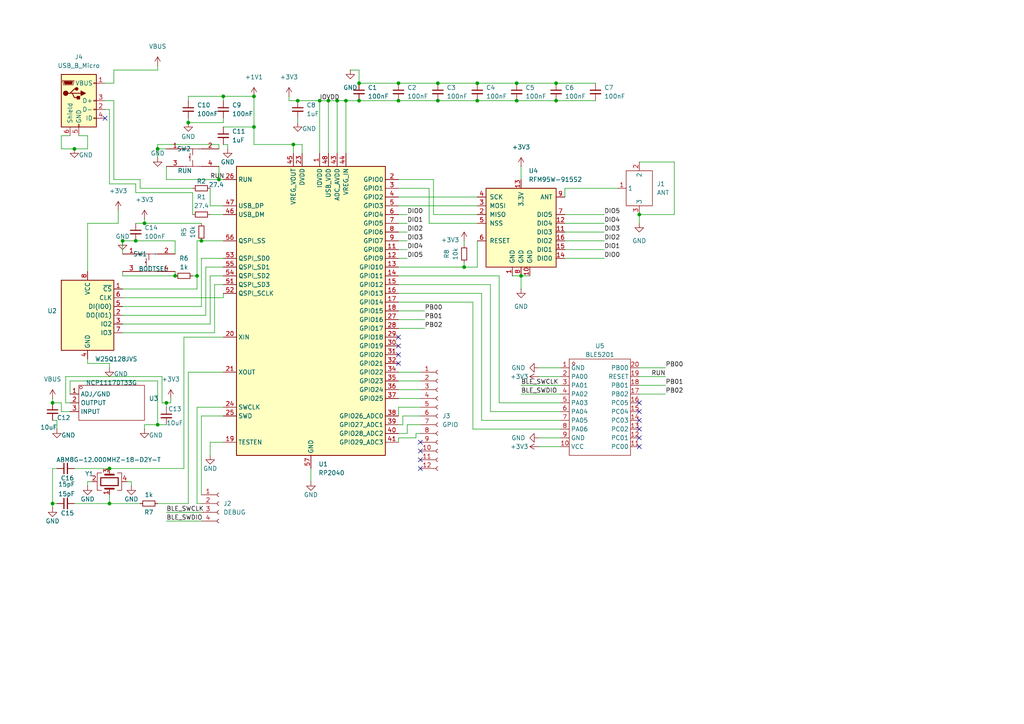
<source format=kicad_sch>
(kicad_sch (version 20231120) (generator "eeschema") (generator_version "8.0")
  (paper "A4")
  (title_block (title "YARLoRa") (rev "v2") (comment 1 "Licensed under CC BY-NC 4.0"))
  (lib_symbols
    (symbol "BLE5201:BLE5201"
      (property "Reference" "U" (at 0 15.24 0))
      (symbol "BLE5201_1_0"
        (pin unspecified line (at -11.43 11.43 0) (length 2.54) (name "GND") (number "1"))
        (pin unspecified line (at -11.43 -11.43 0) (length 2.54) (name "VCC") (number "10"))
        (pin unspecified line (at 11.43 -11.43 180) (length 2.54) (name "PC00") (number "11"))
        (pin unspecified line (at 11.43 -8.89 180) (length 2.54) (name "PC01") (number "12"))
        (pin unspecified line (at 11.43 -6.35 180) (length 2.54) (name "PC02") (number "13"))
        (pin unspecified line (at 11.43 -3.81 180) (length 2.54) (name "PC03") (number "14"))
        (pin unspecified line (at 11.43 -1.27 180) (length 2.54) (name "PC04") (number "15"))
        (pin unspecified line (at 11.43 1.27 180) (length 2.54) (name "PC05") (number "16"))
        (pin unspecified line (at 11.43 3.81 180) (length 2.54) (name "PB02") (number "17"))
        (pin unspecified line (at 11.43 6.35 180) (length 2.54) (name "PB01") (number "18"))
        (pin unspecified line (at 11.43 8.89 180) (length 2.54) (name "RESET") (number "19"))
        (pin unspecified line (at -11.43 8.89 0) (length 2.54) (name "PA00") (number "2"))
        (pin unspecified line (at 11.43 11.43 180) (length 2.54) (name "PB00") (number "20"))
        (pin unspecified line (at -11.43 6.35 0) (length 2.54) (name "PA01") (number "3"))
        (pin unspecified line (at -11.43 3.81 0) (length 2.54) (name "PA02") (number "4"))
        (pin unspecified line (at -11.43 1.27 0) (length 2.54) (name "PA03") (number "5"))
        (pin unspecified line (at -11.43 -1.27 0) (length 2.54) (name "PA04") (number "6"))
        (pin unspecified line (at -11.43 -3.81 0) (length 2.54) (name "PA05") (number "7"))
        (pin unspecified line (at -11.43 -6.35 0) (length 2.54) (name "PA06") (number "8"))
        (pin unspecified line (at -11.43 -8.89 0) (length 2.54) (name "GND") (number "9"))
      )
    )
    (symbol "BWU.FL-IPEX1:BWU.FL-IPEX1"
      (property "Reference" "U" (at 0 0 0))
      (symbol "BWU.FL-IPEX1_1_0"
        (pin input line (at 5.08 0 180) (length 2.54) (name "1") (number "1"))
        (pin input line (at -1.27 7.62 270) (length 2.54) (name "2") (number "2"))
        (pin input line (at -1.27 -7.62 90) (length 2.54) (name "3") (number "3"))
      )
    )
    (symbol "Connector:Conn_01x04_Socket" (pin_names (offset 1.016) hide)
      (property "Reference" "J" (at 0 5.08 0))
      (property "Value" "Conn_01x04_Socket" (at 0 -7.62 0))
      (symbol "Conn_01x04_Socket_1_1"
        (pin passive line (at -5.08 2.54 0) (length 3.81) (name "Pin_1") (number "1"))
        (pin passive line (at -5.08 0 0) (length 3.81) (name "Pin_2") (number "2"))
        (pin passive line (at -5.08 -2.54 0) (length 3.81) (name "Pin_3") (number "3"))
        (pin passive line (at -5.08 -5.08 0) (length 3.81) (name "Pin_4") (number "4"))
      )
    )
    (symbol "Connector:Conn_01x12_Socket" (pin_names (offset 1.016) hide)
      (property "Reference" "J" (at 0 15.24 0))
      (property "Value" "Conn_01x12_Socket" (at 0 -17.78 0))
      (symbol "Conn_01x12_Socket_1_1"
        (pin passive line (at -5.08 12.7 0) (length 3.81) (name "Pin_1") (number "1"))
        (pin passive line (at -5.08 -10.16 0) (length 3.81) (name "Pin_10") (number "10"))
        (pin passive line (at -5.08 -12.7 0) (length 3.81) (name "Pin_11") (number "11"))
        (pin passive line (at -5.08 -15.24 0) (length 3.81) (name "Pin_12") (number "12"))
        (pin passive line (at -5.08 10.16 0) (length 3.81) (name "Pin_2") (number "2"))
        (pin passive line (at -5.08 7.62 0) (length 3.81) (name "Pin_3") (number "3"))
        (pin passive line (at -5.08 5.08 0) (length 3.81) (name "Pin_4") (number "4"))
        (pin passive line (at -5.08 2.54 0) (length 3.81) (name "Pin_5") (number "5"))
        (pin passive line (at -5.08 0 0) (length 3.81) (name "Pin_6") (number "6"))
        (pin passive line (at -5.08 -2.54 0) (length 3.81) (name "Pin_7") (number "7"))
        (pin passive line (at -5.08 -5.08 0) (length 3.81) (name "Pin_8") (number "8"))
        (pin passive line (at -5.08 -7.62 0) (length 3.81) (name "Pin_9") (number "9"))
      )
    )
    (symbol "Connector:USB_B_Micro" (pin_names (offset 1.016))
      (property "Reference" "J" (at -5.08 11.43 0))
      (property "Value" "USB_B_Micro" (at -5.08 8.89 0))
      (symbol "USB_B_Micro_1_1"
        (pin power_out line (at 7.62 5.08 180) (length 2.54) (name "VBUS") (number "1"))
        (pin bidirectional line (at 7.62 -2.54 180) (length 2.54) (name "D-") (number "2"))
        (pin bidirectional line (at 7.62 0 180) (length 2.54) (name "D+") (number "3"))
        (pin passive line (at 7.62 -5.08 180) (length 2.54) (name "ID") (number "4"))
        (pin power_out line (at 0 -10.16 90) (length 2.54) (name "GND") (number "5"))
        (pin passive line (at -2.54 -10.16 90) (length 2.54) (name "Shield") (number "6"))
      )
    )
    (symbol "Device:C_Small" (pin_numbers hide) (pin_names (offset 0.254) hide)
      (property "Reference" "C" (at 0.254 1.778 0))
      (property "Value" "C_Small" (at 0.254 -2.032 0))
      (symbol "C_Small_1_1"
        (pin passive line (at 0 2.54 270) (length 2.032) (name "~") (number "1"))
        (pin passive line (at 0 -2.54 90) (length 2.032) (name "~") (number "2"))
      )
    )
    (symbol "Device:Crystal_GND24" (pin_names (offset 1.016) hide)
      (property "Reference" "Y" (at 3.175 5.08 0))
      (property "Value" "Crystal_GND24" (at 3.175 3.175 0))
      (symbol "Crystal_GND24_1_1"
        (pin passive line (at -3.81 0 0) (length 1.27) (name "1") (number "1"))
        (pin passive line (at 0 5.08 270) (length 1.27) (name "2") (number "2"))
        (pin passive line (at 3.81 0 180) (length 1.27) (name "3") (number "3"))
        (pin passive line (at 0 -5.08 90) (length 1.27) (name "4") (number "4"))
      )
    )
    (symbol "Device:R_Small" (pin_numbers hide) (pin_names (offset 0.254) hide)
      (property "Reference" "R" (at 0.762 0.508 0))
      (property "Value" "R_Small" (at 0.762 -1.016 0))
      (symbol "R_Small_1_1"
        (pin passive line (at 0 2.54 270) (length 0.762) (name "~") (number "1"))
        (pin passive line (at 0 -2.54 90) (length 0.762) (name "~") (number "2"))
      )
    )
    (symbol "K2-1102DP-L3SW-04:K2-1102DP-L3SW-04"
      (property "Reference" "SW" (at 0 0 0))
      (symbol "K2-1102DP-L3SW-04_1_0"
        (pin unspecified line (at -7.62 2.54 0) (length 5.08) (name "1") (number "1"))
        (pin unspecified line (at 7.62 2.54 180) (length 5.08) (name "2") (number "2"))
        (pin unspecified line (at -7.62 -2.54 0) (length 5.08) (name "3") (number "3"))
        (pin unspecified line (at 7.62 -2.54 180) (length 5.08) (name "4") (number "4"))
      )
    )
    (symbol "MCU_RaspberryPi:RP2040"
      (property "Reference" "U" (at 17.78 45.72 0))
      (property "Value" "RP2040" (at 17.78 43.18 0))
      (symbol "RP2040_1_1"
        (pin power_in line (at 2.54 45.72 270) (length 3.81) (name "IOVDD") (number "1"))
        (pin passive line (at 2.54 45.72 270) (length 3.81) hide (name "IOVDD") (number "10"))
        (pin bidirectional line (at 25.4 17.78 180) (length 3.81) (name "GPIO8") (number "11"))
        (pin bidirectional line (at 25.4 15.24 180) (length 3.81) (name "GPIO9") (number "12"))
        (pin bidirectional line (at 25.4 12.7 180) (length 3.81) (name "GPIO10") (number "13"))
        (pin bidirectional line (at 25.4 10.16 180) (length 3.81) (name "GPIO11") (number "14"))
        (pin bidirectional line (at 25.4 7.62 180) (length 3.81) (name "GPIO12") (number "15"))
        (pin bidirectional line (at 25.4 5.08 180) (length 3.81) (name "GPIO13") (number "16"))
        (pin bidirectional line (at 25.4 2.54 180) (length 3.81) (name "GPIO14") (number "17"))
        (pin bidirectional line (at 25.4 0 180) (length 3.81) (name "GPIO15") (number "18"))
        (pin input line (at -25.4 -38.1 0) (length 3.81) (name "TESTEN") (number "19"))
        (pin bidirectional line (at 25.4 38.1 180) (length 3.81) (name "GPIO0") (number "2"))
        (pin input line (at -25.4 -7.62 0) (length 3.81) (name "XIN") (number "20"))
        (pin passive line (at -25.4 -17.78 0) (length 3.81) (name "XOUT") (number "21"))
        (pin passive line (at 2.54 45.72 270) (length 3.81) hide (name "IOVDD") (number "22"))
        (pin power_in line (at -2.54 45.72 270) (length 3.81) (name "DVDD") (number "23"))
        (pin input line (at -25.4 -27.94 0) (length 3.81) (name "SWCLK") (number "24"))
        (pin bidirectional line (at -25.4 -30.48 0) (length 3.81) (name "SWD") (number "25"))
        (pin input line (at -25.4 38.1 0) (length 3.81) (name "RUN") (number "26"))
        (pin bidirectional line (at 25.4 -2.54 180) (length 3.81) (name "GPIO16") (number "27"))
        (pin bidirectional line (at 25.4 -5.08 180) (length 3.81) (name "GPIO17") (number "28"))
        (pin bidirectional line (at 25.4 -7.62 180) (length 3.81) (name "GPIO18") (number "29"))
        (pin bidirectional line (at 25.4 35.56 180) (length 3.81) (name "GPIO1") (number "3"))
        (pin bidirectional line (at 25.4 -10.16 180) (length 3.81) (name "GPIO19") (number "30"))
        (pin bidirectional line (at 25.4 -12.7 180) (length 3.81) (name "GPIO20") (number "31"))
        (pin bidirectional line (at 25.4 -15.24 180) (length 3.81) (name "GPIO21") (number "32"))
        (pin passive line (at 2.54 45.72 270) (length 3.81) hide (name "IOVDD") (number "33"))
        (pin bidirectional line (at 25.4 -17.78 180) (length 3.81) (name "GPIO22") (number "34"))
        (pin bidirectional line (at 25.4 -20.32 180) (length 3.81) (name "GPIO23") (number "35"))
        (pin bidirectional line (at 25.4 -22.86 180) (length 3.81) (name "GPIO24") (number "36"))
        (pin bidirectional line (at 25.4 -25.4 180) (length 3.81) (name "GPIO25") (number "37"))
        (pin bidirectional line (at 25.4 -30.48 180) (length 3.81) (name "GPIO26_ADC0") (number "38"))
        (pin bidirectional line (at 25.4 -33.02 180) (length 3.81) (name "GPIO27_ADC1") (number "39"))
        (pin bidirectional line (at 25.4 33.02 180) (length 3.81) (name "GPIO2") (number "4"))
        (pin bidirectional line (at 25.4 -35.56 180) (length 3.81) (name "GPIO28_ADC2") (number "40"))
        (pin bidirectional line (at 25.4 -38.1 180) (length 3.81) (name "GPIO29_ADC3") (number "41"))
        (pin passive line (at 2.54 45.72 270) (length 3.81) hide (name "IOVDD") (number "42"))
        (pin power_in line (at 7.62 45.72 270) (length 3.81) (name "ADC_AVDD") (number "43"))
        (pin power_in line (at 10.16 45.72 270) (length 3.81) (name "VREG_IN") (number "44"))
        (pin power_out line (at -5.08 45.72 270) (length 3.81) (name "VREG_VOUT") (number "45"))
        (pin bidirectional line (at -25.4 27.94 0) (length 3.81) (name "USB_DM") (number "46"))
        (pin bidirectional line (at -25.4 30.48 0) (length 3.81) (name "USB_DP") (number "47"))
        (pin power_in line (at 5.08 45.72 270) (length 3.81) (name "USB_VDD") (number "48"))
        (pin passive line (at 2.54 45.72 270) (length 3.81) hide (name "IOVDD") (number "49"))
        (pin bidirectional line (at 25.4 30.48 180) (length 3.81) (name "GPIO3") (number "5"))
        (pin passive line (at -2.54 45.72 270) (length 3.81) hide (name "DVDD") (number "50"))
        (pin bidirectional line (at -25.4 7.62 0) (length 3.81) (name "QSPI_SD3") (number "51"))
        (pin output line (at -25.4 5.08 0) (length 3.81) (name "QSPI_SCLK") (number "52"))
        (pin bidirectional line (at -25.4 15.24 0) (length 3.81) (name "QSPI_SD0") (number "53"))
        (pin bidirectional line (at -25.4 10.16 0) (length 3.81) (name "QSPI_SD2") (number "54"))
        (pin bidirectional line (at -25.4 12.7 0) (length 3.81) (name "QSPI_SD1") (number "55"))
        (pin bidirectional line (at -25.4 20.32 0) (length 3.81) (name "QSPI_SS") (number "56"))
        (pin power_in line (at 0 -45.72 90) (length 3.81) (name "GND") (number "57"))
        (pin bidirectional line (at 25.4 27.94 180) (length 3.81) (name "GPIO4") (number "6"))
        (pin bidirectional line (at 25.4 25.4 180) (length 3.81) (name "GPIO5") (number "7"))
        (pin bidirectional line (at 25.4 22.86 180) (length 3.81) (name "GPIO6") (number "8"))
        (pin bidirectional line (at 25.4 20.32 180) (length 3.81) (name "GPIO7") (number "9"))
      )
    )
    (symbol "Memory_Flash:W25Q128JVS"
      (property "Reference" "U" (at -8.89 8.89 0))
      (property "Value" "W25Q128JVS" (at 7.62 8.89 0))
      (symbol "W25Q128JVS_1_1"
        (pin input line (at -10.16 7.62 0) (length 2.54) (name "~{CS}") (number "1"))
        (pin bidirectional line (at -10.16 0 0) (length 2.54) (name "DO(IO1)") (number "2"))
        (pin bidirectional line (at -10.16 -2.54 0) (length 2.54) (name "IO2") (number "3"))
        (pin power_in line (at 0 -12.7 90) (length 2.54) (name "GND") (number "4"))
        (pin bidirectional line (at -10.16 2.54 0) (length 2.54) (name "DI(IO0)") (number "5"))
        (pin input line (at -10.16 5.08 0) (length 2.54) (name "CLK") (number "6"))
        (pin bidirectional line (at -10.16 -5.08 0) (length 2.54) (name "IO3") (number "7"))
        (pin power_in line (at 0 12.7 270) (length 2.54) (name "VCC") (number "8"))
      )
    )
    (symbol "NCP1117DT50G:NCP1117DT50G"
      (property "Reference" "U" (at 0 0 0))
      (symbol "NCP1117DT50G_1_0"
        (pin input line (at -10.16 2.54 0) (length 2.54) (name "ADJ/GND") (number "1"))
        (pin input line (at -10.16 0 0) (length 2.54) (name "OUTPUT") (number "2"))
        (pin input line (at -10.16 -2.54 0) (length 2.54) (name "INPUT") (number "3"))
      )
    )
    (symbol "RF_Module:RFM95W-915S2" (pin_names (offset 1.016))
      (property "Reference" "U" (at -10.414 11.684 0))
      (property "Value" "RFM95W-915S2" (at 1.524 11.43 0))
      (symbol "RFM95W-915S2_1_1"
        (pin power_in line (at -2.54 -15.24 90) (length 2.54) (name "GND") (number "1"))
        (pin power_in line (at 2.54 -15.24 90) (length 2.54) (name "GND") (number "10"))
        (pin bidirectional line (at 12.7 -2.54 180) (length 2.54) (name "DIO3") (number "11"))
        (pin bidirectional line (at 12.7 0 180) (length 2.54) (name "DIO4") (number "12"))
        (pin power_in line (at 0 12.7 270) (length 2.54) (name "3.3V") (number "13"))
        (pin bidirectional line (at 12.7 -10.16 180) (length 2.54) (name "DIO0") (number "14"))
        (pin bidirectional line (at 12.7 -7.62 180) (length 2.54) (name "DIO1") (number "15"))
        (pin bidirectional line (at 12.7 -5.08 180) (length 2.54) (name "DIO2") (number "16"))
        (pin output line (at -12.7 2.54 0) (length 2.54) (name "MISO") (number "2"))
        (pin input line (at -12.7 5.08 0) (length 2.54) (name "MOSI") (number "3"))
        (pin input line (at -12.7 7.62 0) (length 2.54) (name "SCK") (number "4"))
        (pin input line (at -12.7 0 0) (length 2.54) (name "NSS") (number "5"))
        (pin bidirectional line (at -12.7 -5.08 0) (length 2.54) (name "RESET") (number "6"))
        (pin bidirectional line (at 12.7 2.54 180) (length 2.54) (name "DIO5") (number "7"))
        (pin power_in line (at 0 -15.24 90) (length 2.54) (name "GND") (number "8"))
        (pin bidirectional line (at 12.7 7.62 180) (length 2.54) (name "ANT") (number "9"))
      )
    )
    (symbol "power:GND" (power) (pin_numbers hide) (pin_names (offset 0) hide)
      (property "Value" "GND" (at 0 -3.81 0))
      (symbol "GND_1_1"
        (pin power_in line (at 0 0 270) (length 0) (name "~") (number "1"))
      )
    )
    (symbol "power:VCC" (power) (pin_numbers hide) (pin_names (offset 0) hide)
      (property "Value" "VCC" (at 0 3.556 0))
      (symbol "VCC_1_1"
        (pin power_in line (at 0 0 90) (length 0) (name "~") (number "1"))
      )
    )
  )
  (junction (at 39.37 69.85))
  (junction (at 31.75 146.05))
  (junction (at 127 24.13))
  (junction (at 97.79 29.21))
  (junction (at 149.86 24.13))
  (junction (at 138.43 29.21))
  (junction (at 104.14 24.13))
  (junction (at 73.66 27.94))
  (junction (at 54.61 35.56))
  (junction (at 35.56 69.85))
  (junction (at 45.72 43.18))
  (junction (at 41.91 64.77))
  (junction (at 31.75 135.89))
  (junction (at 73.66 36.83))
  (junction (at 50.8 80.01))
  (junction (at 92.71 29.21))
  (junction (at 149.86 29.21))
  (junction (at 21.59 43.18))
  (junction (at 45.72 123.19))
  (junction (at 63.5 52.07))
  (junction (at 64.77 27.94))
  (junction (at 185.42 62.23))
  (junction (at 86.36 29.21))
  (junction (at 104.14 29.21))
  (junction (at 161.29 24.13))
  (junction (at 138.43 24.13))
  (junction (at 151.13 80.01))
  (junction (at 115.57 29.21))
  (junction (at 134.62 77.47))
  (junction (at 15.24 146.05))
  (junction (at 85.09 41.91))
  (junction (at 48.26 116.84))
  (junction (at 15.24 116.84))
  (junction (at 100.33 29.21))
  (junction (at 58.42 69.85))
  (junction (at 57.15 80.01))
  (junction (at 95.25 29.21))
  (junction (at 127 29.21))
  (junction (at 161.29 29.21))
  (junction (at 115.57 24.13))
  (no_connect (at 185.42 119.38))
  (no_connect (at 121.92 135.89))
  (no_connect (at 185.42 124.46))
  (no_connect (at 115.57 100.33))
  (no_connect (at 185.42 121.92))
  (no_connect (at 115.57 102.87))
  (no_connect (at 121.92 128.27))
  (no_connect (at 30.48 34.29))
  (no_connect (at 185.42 129.54))
  (no_connect (at 121.92 133.35))
  (no_connect (at 115.57 105.41))
  (no_connect (at 115.57 97.79))
  (no_connect (at 185.42 127))
  (no_connect (at 185.42 116.84))
  (no_connect (at 121.92 130.81))
  (wire (pts (xy 15.24 116.84) (xy 15.24 115.57)))
  (wire (pts (xy 151.13 114.3) (xy 162.56 114.3)))
  (wire (pts (xy 162.56 124.46) (xy 137.16 124.46)))
  (wire (pts (xy 62.23 82.55) (xy 64.77 82.55)))
  (wire (pts (xy 87.63 44.45) (xy 87.63 41.91)))
  (wire (pts (xy 87.63 41.91) (xy 85.09 41.91)))
  (wire (pts (xy 49.53 115.57) (xy 49.53 116.84)))
  (wire (pts (xy 25.4 140.97) (xy 25.4 139.7)))
  (wire (pts (xy 64.77 86.36) (xy 64.77 85.09)))
  (wire (pts (xy 15.24 121.92) (xy 16.51 121.92)))
  (wire (pts (xy 64.77 128.27) (xy 60.96 128.27)))
  (wire (pts (xy 125.73 62.23) (xy 138.43 62.23)))
  (wire (pts (xy 115.57 54.61) (xy 124.46 54.61)))
  (wire (pts (xy 64.77 97.79) (xy 53.34 97.79)))
  (wire (pts (xy 33.02 29.21) (xy 33.02 52.07)))
  (wire (pts (xy 115.57 80.01) (xy 144.78 80.01)))
  (wire (pts (xy 39.37 55.88) (xy 55.88 55.88)))
  (wire (pts (xy 115.57 72.39) (xy 118.11 72.39)))
  (wire (pts (xy 115.57 69.85) (xy 118.11 69.85)))
  (wire (pts (xy 59.69 77.47) (xy 64.77 77.47)))
  (wire (pts (xy 156.21 129.54) (xy 162.56 129.54)))
  (wire (pts (xy 48.26 151.13) (xy 58.42 151.13)))
  (wire (pts (xy 57.15 146.05) (xy 58.42 146.05)))
  (wire (pts (xy 139.7 85.09) (xy 115.57 85.09)))
  (wire (pts (xy 118.11 123.19) (xy 121.92 123.19)))
  (wire (pts (xy 138.43 24.13) (xy 149.86 24.13)))
  (wire (pts (xy 120.65 125.73) (xy 121.92 125.73)))
  (wire (pts (xy 138.43 29.21) (xy 149.86 29.21)))
  (wire (pts (xy 83.82 27.94) (xy 83.82 29.21)))
  (wire (pts (xy 25.4 105.41) (xy 31.75 105.41)))
  (wire (pts (xy 60.96 93.98) (xy 60.96 80.01)))
  (wire (pts (xy 50.8 73.66) (xy 50.8 69.85)))
  (wire (pts (xy 41.91 64.77) (xy 41.91 63.5)))
  (wire (pts (xy 45.72 110.49) (xy 45.72 123.19)))
  (wire (pts (xy 19.05 109.22) (xy 46.99 109.22)))
  (wire (pts (xy 48.26 123.19) (xy 45.72 123.19)))
  (wire (pts (xy 40.64 52.07) (xy 33.02 52.07)))
  (wire (pts (xy 64.77 120.65) (xy 58.42 120.65)))
  (wire (pts (xy 115.57 29.21) (xy 127 29.21)))
  (wire (pts (xy 63.5 48.26) (xy 63.5 52.07)))
  (wire (pts (xy 115.57 64.77) (xy 118.11 64.77)))
  (wire (pts (xy 125.73 52.07) (xy 125.73 62.23)))
  (wire (pts (xy 115.57 59.69) (xy 138.43 59.69)))
  (wire (pts (xy 64.77 36.83) (xy 73.66 36.83)))
  (wire (pts (xy 59.69 91.44) (xy 59.69 77.47)))
  (wire (pts (xy 85.09 41.91) (xy 73.66 41.91)))
  (wire (pts (xy 30.48 24.13) (xy 33.02 24.13)))
  (wire (pts (xy 50.8 78.74) (xy 50.8 80.01)))
  (wire (pts (xy 115.57 125.73) (xy 118.11 125.73)))
  (wire (pts (xy 134.62 69.85) (xy 134.62 71.12)))
  (wire (pts (xy 35.56 69.85) (xy 39.37 69.85)))
  (wire (pts (xy 148.59 80.01) (xy 151.13 80.01)))
  (wire (pts (xy 151.13 80.01) (xy 153.67 80.01)))
  (wire (pts (xy 138.43 69.85) (xy 138.43 77.47)))
  (wire (pts (xy 19.05 116.84) (xy 19.05 109.22)))
  (wire (pts (xy 31.75 53.34) (xy 31.75 31.75)))
  (wire (pts (xy 16.51 121.92) (xy 16.51 124.46)))
  (wire (pts (xy 45.72 146.05) (xy 54.61 146.05)))
  (wire (pts (xy 100.33 29.21) (xy 100.33 44.45)))
  (wire (pts (xy 35.56 88.9) (xy 58.42 88.9)))
  (wire (pts (xy 116.84 123.19) (xy 116.84 120.65)))
  (wire (pts (xy 195.58 62.23) (xy 185.42 62.23)))
  (wire (pts (xy 60.96 62.23) (xy 64.77 62.23)))
  (wire (pts (xy 104.14 24.13) (xy 104.14 20.32)))
  (wire (pts (xy 25.4 39.37) (xy 22.86 39.37)))
  (wire (pts (xy 64.77 52.07) (xy 63.5 52.07)))
  (wire (pts (xy 137.16 124.46) (xy 137.16 87.63)))
  (wire (pts (xy 25.4 64.77) (xy 34.29 64.77)))
  (wire (pts (xy 54.61 146.05) (xy 54.61 107.95)))
  (wire (pts (xy 100.33 29.21) (xy 97.79 29.21)))
  (wire (pts (xy 35.56 91.44) (xy 59.69 91.44)))
  (wire (pts (xy 134.62 77.47) (xy 138.43 77.47)))
  (wire (pts (xy 35.56 93.98) (xy 60.96 93.98)))
  (wire (pts (xy 185.42 106.68) (xy 193.04 106.68)))
  (wire (pts (xy 156.21 127) (xy 162.56 127)))
  (wire (pts (xy 185.42 111.76) (xy 193.04 111.76)))
  (wire (pts (xy 151.13 111.76) (xy 162.56 111.76)))
  (wire (pts (xy 64.77 34.29) (xy 64.77 35.56)))
  (wire (pts (xy 139.7 121.92) (xy 139.7 85.09)))
  (wire (pts (xy 151.13 80.01) (xy 151.13 83.82)))
  (wire (pts (xy 64.77 35.56) (xy 54.61 35.56)))
  (wire (pts (xy 115.57 52.07) (xy 125.73 52.07)))
  (wire (pts (xy 33.02 20.32) (xy 45.72 20.32)))
  (wire (pts (xy 115.57 57.15) (xy 138.43 57.15)))
  (wire (pts (xy 66.04 41.91) (xy 66.04 43.18)))
  (wire (pts (xy 142.24 82.55) (xy 142.24 119.38)))
  (wire (pts (xy 115.57 107.95) (xy 121.92 107.95)))
  (wire (pts (xy 115.57 123.19) (xy 116.84 123.19)))
  (wire (pts (xy 66.04 41.91) (xy 64.77 41.91)))
  (wire (pts (xy 92.71 29.21) (xy 95.25 29.21)))
  (wire (pts (xy 58.42 88.9) (xy 58.42 74.93)))
  (wire (pts (xy 151.13 48.26) (xy 151.13 52.07)))
  (wire (pts (xy 104.14 24.13) (xy 115.57 24.13)))
  (wire (pts (xy 40.64 54.61) (xy 55.88 54.61)))
  (wire (pts (xy 31.75 105.41) (xy 31.75 106.68)))
  (wire (pts (xy 25.4 64.77) (xy 25.4 78.74)))
  (wire (pts (xy 20.32 119.38) (xy 17.78 119.38)))
  (wire (pts (xy 54.61 27.94) (xy 54.61 29.21)))
  (wire (pts (xy 73.66 41.91) (xy 73.66 36.83)))
  (wire (pts (xy 48.26 52.07) (xy 63.5 52.07)))
  (wire (pts (xy 163.83 64.77) (xy 175.26 64.77)))
  (wire (pts (xy 144.78 116.84) (xy 162.56 116.84)))
  (wire (pts (xy 17.78 116.84) (xy 15.24 116.84)))
  (wire (pts (xy 185.42 62.23) (xy 185.42 64.77)))
  (wire (pts (xy 63.5 41.91) (xy 45.72 41.91)))
  (wire (pts (xy 20.32 116.84) (xy 19.05 116.84)))
  (wire (pts (xy 64.77 27.94) (xy 54.61 27.94)))
  (wire (pts (xy 97.79 29.21) (xy 95.25 29.21)))
  (wire (pts (xy 64.77 118.11) (xy 57.15 118.11)))
  (wire (pts (xy 17.78 43.18) (xy 17.78 39.37)))
  (wire (pts (xy 58.42 69.85) (xy 64.77 69.85)))
  (wire (pts (xy 38.1 140.97) (xy 38.1 139.7)))
  (wire (pts (xy 48.26 116.84) (xy 48.26 118.11)))
  (wire (pts (xy 54.61 107.95) (xy 64.77 107.95)))
  (wire (pts (xy 35.56 83.82) (xy 57.15 83.82)))
  (wire (pts (xy 35.56 69.85) (xy 35.56 73.66)))
  (wire (pts (xy 73.66 36.83) (xy 73.66 27.94)))
  (wire (pts (xy 55.88 80.01) (xy 57.15 80.01)))
  (wire (pts (xy 144.78 80.01) (xy 144.78 116.84)))
  (wire (pts (xy 115.57 120.65) (xy 115.57 118.11)))
  (wire (pts (xy 16.51 135.89) (xy 15.24 135.89)))
  (wire (pts (xy 124.46 54.61) (xy 124.46 64.77)))
  (wire (pts (xy 163.83 67.31) (xy 175.26 67.31)))
  (wire (pts (xy 83.82 29.21) (xy 86.36 29.21)))
  (wire (pts (xy 58.42 74.93) (xy 64.77 74.93)))
  (wire (pts (xy 163.83 74.93) (xy 175.26 74.93)))
  (wire (pts (xy 185.42 109.22) (xy 193.04 109.22)))
  (wire (pts (xy 41.91 123.19) (xy 45.72 123.19)))
  (wire (pts (xy 60.96 80.01) (xy 64.77 80.01)))
  (wire (pts (xy 63.5 43.18) (xy 63.5 41.91)))
  (wire (pts (xy 46.99 116.84) (xy 48.26 116.84)))
  (wire (pts (xy 45.72 20.32) (xy 45.72 19.05)))
  (wire (pts (xy 134.62 76.2) (xy 134.62 77.47)))
  (wire (pts (xy 25.4 43.18) (xy 25.4 39.37)))
  (wire (pts (xy 163.83 54.61) (xy 163.83 57.15)))
  (wire (pts (xy 142.24 119.38) (xy 162.56 119.38)))
  (wire (pts (xy 163.83 69.85) (xy 175.26 69.85)))
  (wire (pts (xy 115.57 113.03) (xy 121.92 113.03)))
  (wire (pts (xy 100.33 29.21) (xy 104.14 29.21)))
  (wire (pts (xy 31.75 146.05) (xy 31.75 143.51)))
  (wire (pts (xy 64.77 27.94) (xy 64.77 29.21)))
  (wire (pts (xy 17.78 119.38) (xy 17.78 116.84)))
  (wire (pts (xy 45.72 43.18) (xy 48.26 43.18)))
  (wire (pts (xy 35.56 96.52) (xy 62.23 96.52)))
  (wire (pts (xy 116.84 120.65) (xy 121.92 120.65)))
  (wire (pts (xy 115.57 127) (xy 120.65 127)))
  (wire (pts (xy 115.57 110.49) (xy 121.92 110.49)))
  (wire (pts (xy 31.75 146.05) (xy 40.64 146.05)))
  (wire (pts (xy 21.59 146.05) (xy 31.75 146.05)))
  (wire (pts (xy 156.21 109.22) (xy 162.56 109.22)))
  (wire (pts (xy 115.57 118.11) (xy 121.92 118.11)))
  (wire (pts (xy 115.57 77.47) (xy 134.62 77.47)))
  (wire (pts (xy 35.56 80.01) (xy 50.8 80.01)))
  (wire (pts (xy 163.83 62.23) (xy 175.26 62.23)))
  (wire (pts (xy 25.4 139.7) (xy 26.67 139.7)))
  (wire (pts (xy 104.14 29.21) (xy 115.57 29.21)))
  (wire (pts (xy 115.57 62.23) (xy 118.11 62.23)))
  (wire (pts (xy 92.71 29.21) (xy 92.71 44.45)))
  (wire (pts (xy 115.57 92.71) (xy 123.19 92.71)))
  (wire (pts (xy 120.65 127) (xy 120.65 125.73)))
  (wire (pts (xy 58.42 64.77) (xy 41.91 64.77)))
  (wire (pts (xy 161.29 24.13) (xy 172.72 24.13)))
  (wire (pts (xy 115.57 127) (xy 115.57 128.27)))
  (wire (pts (xy 115.57 67.31) (xy 118.11 67.31)))
  (wire (pts (xy 35.56 86.36) (xy 64.77 86.36)))
  (wire (pts (xy 185.42 46.99) (xy 195.58 46.99)))
  (wire (pts (xy 17.78 43.18) (xy 21.59 43.18)))
  (wire (pts (xy 34.29 64.77) (xy 34.29 60.96)))
  (wire (pts (xy 115.57 115.57) (xy 121.92 115.57)))
  (wire (pts (xy 57.15 80.01) (xy 57.15 83.82)))
  (wire (pts (xy 85.09 41.91) (xy 85.09 44.45)))
  (wire (pts (xy 115.57 24.13) (xy 127 24.13)))
  (wire (pts (xy 115.57 82.55) (xy 142.24 82.55)))
  (wire (pts (xy 162.56 121.92) (xy 139.7 121.92)))
  (wire (pts (xy 95.25 29.21) (xy 95.25 44.45)))
  (wire (pts (xy 45.72 45.72) (xy 45.72 43.18)))
  (wire (pts (xy 48.26 48.26) (xy 48.26 52.07)))
  (wire (pts (xy 195.58 46.99) (xy 195.58 62.23)))
  (wire (pts (xy 35.56 78.74) (xy 35.56 80.01)))
  (wire (pts (xy 20.32 114.3) (xy 20.32 110.49)))
  (wire (pts (xy 58.42 120.65) (xy 58.42 143.51)))
  (wire (pts (xy 15.24 146.05) (xy 16.51 146.05)))
  (wire (pts (xy 101.6 20.32) (xy 104.14 20.32)))
  (wire (pts (xy 90.17 135.89) (xy 90.17 139.7)))
  (wire (pts (xy 17.78 39.37) (xy 20.32 39.37)))
  (wire (pts (xy 97.79 29.21) (xy 97.79 44.45)))
  (wire (pts (xy 53.34 97.79) (xy 53.34 135.89)))
  (wire (pts (xy 86.36 29.21) (xy 92.71 29.21)))
  (wire (pts (xy 185.42 114.3) (xy 193.04 114.3)))
  (wire (pts (xy 39.37 53.34) (xy 31.75 53.34)))
  (wire (pts (xy 48.26 148.59) (xy 58.42 148.59)))
  (wire (pts (xy 118.11 125.73) (xy 118.11 123.19)))
  (wire (pts (xy 149.86 29.21) (xy 161.29 29.21)))
  (wire (pts (xy 41.91 123.19) (xy 41.91 124.46)))
  (wire (pts (xy 86.36 34.29) (xy 86.36 35.56)))
  (wire (pts (xy 57.15 69.85) (xy 57.15 80.01)))
  (wire (pts (xy 25.4 104.14) (xy 25.4 105.41)))
  (wire (pts (xy 39.37 53.34) (xy 39.37 55.88)))
  (wire (pts (xy 21.59 135.89) (xy 31.75 135.89)))
  (wire (pts (xy 33.02 24.13) (xy 33.02 20.32)))
  (wire (pts (xy 15.24 135.89) (xy 15.24 146.05)))
  (wire (pts (xy 53.34 135.89) (xy 31.75 135.89)))
  (wire (pts (xy 45.72 41.91) (xy 45.72 43.18)))
  (wire (pts (xy 57.15 69.85) (xy 58.42 69.85)))
  (wire (pts (xy 54.61 35.56) (xy 54.61 34.29)))
  (wire (pts (xy 31.75 31.75) (xy 30.48 31.75)))
  (wire (pts (xy 60.96 59.69) (xy 60.96 54.61)))
  (wire (pts (xy 39.37 69.85) (xy 50.8 69.85)))
  (wire (pts (xy 161.29 29.21) (xy 172.72 29.21)))
  (wire (pts (xy 48.26 116.84) (xy 49.53 116.84)))
  (wire (pts (xy 73.66 27.94) (xy 64.77 27.94)))
  (wire (pts (xy 55.88 55.88) (xy 55.88 62.23)))
  (wire (pts (xy 115.57 74.93) (xy 118.11 74.93)))
  (wire (pts (xy 127 24.13) (xy 138.43 24.13)))
  (wire (pts (xy 124.46 64.77) (xy 138.43 64.77)))
  (wire (pts (xy 40.64 52.07) (xy 40.64 54.61)))
  (wire (pts (xy 115.57 90.17) (xy 123.19 90.17)))
  (wire (pts (xy 156.21 106.68) (xy 162.56 106.68)))
  (wire (pts (xy 60.96 128.27) (xy 60.96 132.08)))
  (wire (pts (xy 149.86 24.13) (xy 161.29 24.13)))
  (wire (pts (xy 38.1 139.7) (xy 36.83 139.7)))
  (wire (pts (xy 163.83 72.39) (xy 175.26 72.39)))
  (wire (pts (xy 163.83 54.61) (xy 179.07 54.61)))
  (wire (pts (xy 15.24 147.32) (xy 15.24 146.05)))
  (wire (pts (xy 64.77 59.69) (xy 60.96 59.69)))
  (wire (pts (xy 46.99 109.22) (xy 46.99 116.84)))
  (wire (pts (xy 39.37 64.77) (xy 41.91 64.77)))
  (wire (pts (xy 33.02 29.21) (xy 30.48 29.21)))
  (wire (pts (xy 115.57 95.25) (xy 123.19 95.25)))
  (wire (pts (xy 21.59 43.18) (xy 25.4 43.18)))
  (wire (pts (xy 62.23 96.52) (xy 62.23 82.55)))
  (wire (pts (xy 20.32 110.49) (xy 45.72 110.49)))
  (wire (pts (xy 57.15 118.11) (xy 57.15 146.05)))
  (wire (pts (xy 137.16 87.63) (xy 115.57 87.63)))
  (wire (pts (xy 127 29.21) (xy 138.43 29.21)))
  (label "BLE_SWCLK" (at 151.13 111.76 0))
  (label "BLE_SWDIO" (at 48.26 151.13 0))
  (label "DIO0" (at 175.26 74.93 0))
  (label "DIO3" (at 118.11 69.85 0))
  (label "PB01" (at 193.04 111.76 0))
  (label "PB01" (at 123.19 92.71 0))
  (label "IOVDD" (at 92.71 29.21 0))
  (label "DIO4" (at 175.26 64.77 0))
  (label "PB00" (at 123.19 90.17 0))
  (label "DIO2" (at 175.26 69.85 0))
  (label "BLE_SWDIO" (at 151.13 114.3 0))
  (label "DIO5" (at 175.26 62.23 0))
  (label "DIO4" (at 118.11 72.39 0))
  (label "DIO1" (at 175.26 72.39 0))
  (label "PB02" (at 193.04 114.3 0))
  (label "DIO0" (at 118.11 62.23 0))
  (label "RUN" (at 193.04 109.22 180))
  (label "PB02" (at 123.19 95.25 0))
  (label "DIO1" (at 118.11 64.77 0))
  (label "DIO3" (at 175.26 67.31 0))
  (label "BLE_SWCLK" (at 48.26 148.59 0))
  (label "DIO5" (at 118.11 74.93 0))
  (label "RUN" (at 60.96 52.07 0))
  (label "DIO2" (at 118.11 67.31 0))
  (label "PB00" (at 193.04 106.68 0))
  (symbol (lib_id "RF_Module:RFM95W-915S2") (at 151.13 64.77 0) (unit 1)
    (property "Reference" "U4" (at 153.3241 49.53 0) (effects (justify left)))
    (property "Value" "RFM95W-915S2" (at 153.3241 52.07 0) (effects (justify left)))
    (property "Footprint" "RF_Module:HOPERF_RFM9XW_SMD" (effects (hide yes)))
    (property "Datasheet" "https://www.hoperf.com/data/upload/portal/20181127/5bfcbea20e9ef.pdf" (effects (hide yes)))
    (property "Description" "Low power long range transceiver module, SPI and parallel interface, 915 MHz, spreading factor 6 to12, bandwidth 7.8 to 500kHz, -111 to -148 dBm, SMD-16, DIP-16" (effects (hide yes)))
  )
  (symbol (lib_id "Device:C_Small") (at 161.29 26.67 0) (unit 1)
    (property "Reference" "C6" (at 163.83 25.4062 0) (effects (justify left)))
    (property "Value" "100nF" (at 163.83 27.9462 0) (effects (justify left)))
    (property "Footprint" "Capacitor_SMD:C_0402_1005Metric" (effects (hide yes)))
    (property "Description" "Unpolarized capacitor, small symbol" (effects (hide yes)))
  )
  (symbol (lib_id "Device:R_Small") (at 58.42 67.31 180) (unit 1)
    (property "Reference" "R5" (at 53.34 67.31 90))
    (property "Value" "10k" (at 55.88 67.31 90))
    (property "Footprint" "Resistor_SMD:R_0402_1005Metric" (effects (hide yes)))
    (property "Description" "Resistor, small symbol" (effects (hide yes)))
  )
  (symbol (lib_id "Device:R_Small") (at 43.18 146.05 90) (unit 1)
    (property "Reference" "R7" (at 43.18 148.59 90))
    (property "Value" "1k" (at 43.18 143.51 90))
    (property "Footprint" "Resistor_SMD:R_0402_1005Metric" (effects (hide yes)))
    (property "Description" "Resistor, small symbol" (effects (hide yes)))
  )
  (symbol (lib_id "Device:C_Small") (at 172.72 26.67 0) (unit 1)
    (property "Reference" "C7" (at 175.26 25.4062 0) (effects (justify left)))
    (property "Value" "100nF" (at 175.26 27.9462 0) (effects (justify left)))
    (property "Footprint" "Capacitor_SMD:C_0402_1005Metric" (effects (hide yes)))
    (property "Description" "Unpolarized capacitor, small symbol" (effects (hide yes)))
  )
  (symbol (lib_id "power:GND") (at 31.75 106.68 0) (unit 1)
    (property "Reference" "#PWR08" (effects (hide yes)))
    (property "Value" "GND" (at 35.052 108.458 0))
    (property "Description" "Power symbol creates a global label with name \"GND\" , ground" (effects (hide yes)))
  )
  (symbol (lib_id "Device:C_Small") (at 64.77 39.37 0) (unit 1)
    (property "Reference" "C11" (at 67.31 38.1062 0) (effects (justify left)))
    (property "Value" "1uF" (at 67.31 40.6462 0) (effects (justify left)))
    (property "Footprint" "Capacitor_SMD:C_0402_1005Metric" (effects (hide yes)))
    (property "Description" "Unpolarized capacitor, small symbol" (effects (hide yes)))
  )
  (symbol (lib_id "power:VCC") (at 45.72 19.05 0) (unit 1)
    (property "Reference" "#PWR011" (effects (hide yes)))
    (property "Value" "VBUS" (at 45.72 13.462 0))
    (property "Description" "Power symbol creates a global label with name \"VCC\"" (effects (hide yes)))
  )
  (symbol (lib_id "power:VCC") (at 15.24 115.57 0) (unit 1)
    (property "Reference" "#PWR015" (effects (hide yes)))
    (property "Value" "VBUS" (at 15.24 109.982 0))
    (property "Description" "Power symbol creates a global label with name \"VCC\"" (effects (hide yes)))
  )
  (symbol (lib_id "BLE5201:BLE5201") (at 173.99 118.11 0) (unit 1)
    (property "Reference" "U5" (at 173.99 100.33 0))
    (property "Value" "BLE5201" (at 173.99 102.87 0))
    (property "Footprint" "BLE5201:BLE5201" (effects (hide yes)))
    (property "Manufacturer Part" "BLE5201" (effects (hide yes)))
  )
  (symbol (lib_id "power:GND") (at 66.04 43.18 0) (unit 1)
    (property "Reference" "#PWR06" (effects (hide yes)))
    (property "Value" "GND" (at 66.04 46.99 0))
    (property "Description" "Power symbol creates a global label with name \"GND\" , ground" (effects (hide yes)))
  )
  (symbol (lib_id "power:GND") (at 86.36 35.56 0) (unit 1)
    (property "Reference" "#PWR03" (effects (hide yes)))
    (property "Value" "GND" (at 89.662 37.338 0))
    (property "Description" "Power symbol creates a global label with name \"GND\" , ground" (effects (hide yes)))
  )
  (symbol (lib_id "power:GND") (at 60.96 132.08 0) (unit 1)
    (property "Reference" "#PWR09" (effects (hide yes)))
    (property "Value" "GND" (at 60.96 135.89 0))
    (property "Description" "Power symbol creates a global label with name \"GND\" , ground" (effects (hide yes)))
  )
  (symbol (lib_id "power:GND") (at 185.42 64.77 0) (unit 1)
    (property "Reference" "#PWR028" (effects (hide yes)))
    (property "Value" "GND" (at 185.42 69.85 0))
    (property "Description" "Power symbol creates a global label with name \"GND\" , ground" (effects (hide yes)))
  )
  (symbol (lib_id "Memory_Flash:W25Q128JVS") (at 25.4 91.44 0) (mirror y) (unit 1)
    (property "Reference" "U2" (at 16.51 90.1699 0) (effects (justify left)))
    (property "Value" "W25Q128JVS" (at 39.878 104.14 0) (effects (justify left)))
    (property "Footprint" "Package_SO:SOIC-8_5.23x5.23mm_P1.27mm" (effects (hide yes)))
    (property "Datasheet" "http://www.winbond.com/resource-files/w25q128jv_dtr%20revc%2003272018%20plus.pdf" (effects (hide yes)))
    (property "Description" "128Mb Serial Flash Memory, Standard/Dual/Quad SPI, SOIC-8" (effects (hide yes)))
  )
  (symbol (lib_id "power:GND") (at 90.17 139.7 0) (unit 1)
    (property "Reference" "#PWR010" (effects (hide yes)))
    (property "Value" "GND" (at 90.17 143.51 0))
    (property "Description" "Power symbol creates a global label with name \"GND\" , ground" (effects (hide yes)))
  )
  (symbol (lib_id "Device:C_Small") (at 48.26 120.65 0) (unit 1)
    (property "Reference" "C13" (at 48.768 118.618 0) (effects (justify left)))
    (property "Value" "10uF" (at 48.26 122.682 0) (effects (justify left)))
    (property "Footprint" "Capacitor_SMD:C_0402_1005Metric" (effects (hide yes)))
    (property "Description" "Unpolarized capacitor, small symbol" (effects (hide yes)))
  )
  (symbol (lib_id "Device:C_Small") (at 19.05 135.89 90) (unit 1)
    (property "Reference" "C16" (at 19.558 138.684 90))
    (property "Value" "15pF" (at 19.304 140.462 90))
    (property "Footprint" "Capacitor_SMD:C_0402_1005Metric" (effects (hide yes)))
    (property "Description" "Unpolarized capacitor, small symbol" (effects (hide yes)))
  )
  (symbol (lib_id "power:GND") (at 15.24 147.32 0) (unit 1)
    (property "Reference" "#PWR024" (effects (hide yes)))
    (property "Value" "GND" (at 15.24 151.13 0))
    (property "Description" "Power symbol creates a global label with name \"GND\" , ground" (effects (hide yes)))
  )
  (symbol (lib_id "Device:C_Small") (at 86.36 31.75 0) (unit 1)
    (property "Reference" "C8" (at 88.9 30.4862 0) (effects (justify left)))
    (property "Value" "1uF" (at 88.9 33.0262 0) (effects (justify left)))
    (property "Footprint" "Capacitor_SMD:C_0402_1005Metric" (effects (hide yes)))
    (property "Description" "Unpolarized capacitor, small symbol" (effects (hide yes)))
  )
  (symbol (lib_id "power:VCC") (at 156.21 109.22 90) (unit 1)
    (property "Reference" "#PWR031" (effects (hide yes)))
    (property "Value" "+3V3" (at 150.622 109.22 90))
    (property "Description" "Power symbol creates a global label with name \"VCC\"" (effects (hide yes)))
  )
  (symbol (lib_id "power:VCC") (at 134.62 69.85 0) (unit 1)
    (property "Reference" "#PWR027" (effects (hide yes)))
    (property "Value" "+3V3" (at 130.556 69.596 0))
    (property "Description" "Power symbol creates a global label with name \"VCC\"" (effects (hide yes)))
  )
  (symbol (lib_id "Connector:Conn_01x04_Socket") (at 63.5 146.05 0) (unit 1)
    (property "Reference" "J2" (at 64.77 146.0499 0) (effects (justify left)))
    (property "Value" "DEBUG" (at 64.77 148.5899 0) (effects (justify left)))
    (property "Footprint" "Connector_PinSocket_2.54mm:PinSocket_1x04_P2.54mm_Vertical" (effects (hide yes)))
    (property "Description" "Generic connector, single row, 01x04, script generated" (effects (hide yes)))
  )
  (symbol (lib_id "Device:C_Small") (at 15.24 119.38 0) (unit 1)
    (property "Reference" "C12" (at 16.51 121.158 0) (effects (justify left)))
    (property "Value" "10uF" (at 11.684 123.952 0) (effects (justify left)))
    (property "Footprint" "Capacitor_SMD:C_0402_1005Metric" (effects (hide yes)))
    (property "Description" "Unpolarized capacitor, small symbol" (effects (hide yes)))
  )
  (symbol (lib_id "K2-1102DP-L3SW-04:K2-1102DP-L3SW-04") (at 55.88 45.72 0) (unit 1)
    (property "Reference" "SW2" (at 53.34 43.18 0))
    (property "Value" "RUN" (at 53.594 49.53 0))
    (property "Footprint" "K2-1102DP-L3SW-04:SW-TH_4P-L6.0-W6.0-P4.50-LS6.5" (effects (hide yes)))
    (property "Datasheet" "https://atta.szlcsc.com/upload/public/pdf/source/20210810/D0CD9D77408EACA829A5E533AC6E5B1E.pdf" (effects (hide yes)))
    (property "Description" "Circuit:SPST Actuator Style:Round Button Operating Force:180gf Mounting Style:Direct Insert Switch Length:6mm Switch Width:6mm Switch Height:9.5mm Contact Current:50mA Voltage Rating (DC):12V Insulation Resistance:100MΩ With Lamp:- Mechanical Life:100000" (effects (hide yes)))
    (property "Manufacturer Part" "K2-1102DP-L3SW-04" (effects (hide yes)))
    (property "Manufacturer" "韩国韩荣" (effects (hide yes)))
    (property "Supplier Part" "C445493" (effects (hide yes)))
    (property "Supplier" "LCSC" (effects (hide yes)))
    (property "LCSC Part Name" "K2-1102DP-L3SW-04" (effects (hide yes)))
  )
  (symbol (lib_id "MCU_RaspberryPi:RP2040") (at 90.17 90.17 0) (unit 1)
    (property "Reference" "U1" (at 92.3641 134.62 0) (effects (justify left)))
    (property "Value" "RP2040" (at 92.3641 137.16 0) (effects (justify left)))
    (property "Footprint" "Package_DFN_QFN:QFN-56-1EP_7x7mm_P0.4mm_EP3.2x3.2mm" (effects (hide yes)))
    (property "Datasheet" "https://datasheets.raspberrypi.com/rp2040/rp2040-datasheet.pdf" (effects (hide yes)))
    (property "Description" "A microcontroller by Raspberry Pi" (effects (hide yes)))
  )
  (symbol (lib_id "Device:R_Small") (at 58.42 54.61 90) (unit 1)
    (property "Reference" "R2" (at 58.42 52.578 90))
    (property "Value" "27.4" (at 62.738 53.594 90))
    (property "Footprint" "Resistor_SMD:R_0402_1005Metric" (effects (hide yes)))
    (property "Description" "Resistor, small symbol" (effects (hide yes)))
  )
  (symbol (lib_id "Device:R_Small") (at 53.34 80.01 90) (unit 1)
    (property "Reference" "R6" (at 53.34 74.93 90))
    (property "Value" "1k" (at 53.34 77.47 90))
    (property "Footprint" "Resistor_SMD:R_0402_1005Metric" (effects (hide yes)))
    (property "Description" "Resistor, small symbol" (effects (hide yes)))
  )
  (symbol (lib_id "power:GND") (at 25.4 140.97 0) (unit 1)
    (property "Reference" "#PWR023" (effects (hide yes)))
    (property "Value" "GND" (at 25.4 144.78 0))
    (property "Description" "Power symbol creates a global label with name \"GND\" , ground" (effects (hide yes)))
  )
  (symbol (lib_id "power:VCC") (at 156.21 129.54 90) (unit 1)
    (property "Reference" "#PWR033" (effects (hide yes)))
    (property "Value" "+3V3" (at 150.622 129.54 90))
    (property "Description" "Power symbol creates a global label with name \"VCC\"" (effects (hide yes)))
  )
  (symbol (lib_id "K2-1102DP-L3SW-04:K2-1102DP-L3SW-04") (at 43.18 76.2 0) (unit 1)
    (property "Reference" "SW1" (at 40.64 73.66 0))
    (property "Value" "BOOTSEL" (at 44.45 77.978 0))
    (property "Footprint" "K2-1102DP-L3SW-04:SW-TH_4P-L6.0-W6.0-P4.50-LS6.5" (effects (hide yes)))
    (property "Datasheet" "https://atta.szlcsc.com/upload/public/pdf/source/20210810/D0CD9D77408EACA829A5E533AC6E5B1E.pdf" (effects (hide yes)))
    (property "Description" "Circuit:SPST Actuator Style:Round Button Operating Force:180gf Mounting Style:Direct Insert Switch Length:6mm Switch Width:6mm Switch Height:9.5mm Contact Current:50mA Voltage Rating (DC):12V Insulation Resistance:100MΩ With Lamp:- Mechanical Life:100000" (effects (hide yes)))
    (property "Manufacturer Part" "K2-1102DP-L3SW-04" (effects (hide yes)))
    (property "Manufacturer" "韩国韩荣" (effects (hide yes)))
    (property "Supplier Part" "C445493" (effects (hide yes)))
    (property "Supplier" "LCSC" (effects (hide yes)))
    (property "LCSC Part Name" "K2-1102DP-L3SW-04" (effects (hide yes)))
  )
  (symbol (lib_id "power:VCC") (at 41.91 63.5 0) (unit 1)
    (property "Reference" "#PWR020" (effects (hide yes)))
    (property "Value" "+3V3" (at 41.91 57.912 0))
    (property "Description" "Power symbol creates a global label with name \"VCC\"" (effects (hide yes)))
  )
  (symbol (lib_id "Device:Crystal_GND24") (at 31.75 139.7 90) (unit 1)
    (property "Reference" "Y1" (at 25.908 137.414 90))
    (property "Value" "ABM8G-12.000MHZ-18-D2Y-T" (at 31.496 133.35 90))
    (property "Footprint" "Crystal:Crystal_SMD_Abracon_ABM8G-4Pin_3.2x2.5mm" (effects (hide yes)))
    (property "Description" "Four pin crystal, GND on pins 2 and 4" (effects (hide yes)))
  )
  (symbol (lib_id "power:GND") (at 54.61 35.56 0) (unit 1)
    (property "Reference" "#PWR05" (effects (hide yes)))
    (property "Value" "GND" (at 54.61 39.624 0))
    (property "Description" "Power symbol creates a global label with name \"GND\" , ground" (effects (hide yes)))
  )
  (symbol (lib_id "power:VCC") (at 83.82 27.94 0) (unit 1)
    (property "Reference" "#PWR02" (effects (hide yes)))
    (property "Value" "+3V3" (at 83.82 22.352 0))
    (property "Description" "Power symbol creates a global label with name \"VCC\"" (effects (hide yes)))
  )
  (symbol (lib_id "Device:C_Small") (at 104.14 26.67 0) (unit 1)
    (property "Reference" "C1" (at 106.68 25.4062 0) (effects (justify left)))
    (property "Value" "100nF" (at 106.68 27.9462 0) (effects (justify left)))
    (property "Footprint" "Capacitor_SMD:C_0402_1005Metric" (effects (hide yes)))
    (property "Description" "Unpolarized capacitor, small symbol" (effects (hide yes)))
  )
  (symbol (lib_id "power:GND") (at 38.1 140.97 0) (unit 1)
    (property "Reference" "#PWR022" (effects (hide yes)))
    (property "Value" "GND" (at 38.1 144.78 0))
    (property "Description" "Power symbol creates a global label with name \"GND\" , ground" (effects (hide yes)))
  )
  (symbol (lib_id "power:GND") (at 101.6 20.32 0) (unit 1)
    (property "Reference" "#PWR01" (effects (hide yes)))
    (property "Value" "GND" (at 101.6 25.4 0))
    (property "Description" "Power symbol creates a global label with name \"GND\" , ground" (effects (hide yes)))
  )
  (symbol (lib_id "power:VCC") (at 73.66 27.94 0) (unit 1)
    (property "Reference" "#PWR04" (effects (hide yes)))
    (property "Value" "+1V1" (at 73.66 22.352 0))
    (property "Description" "Power symbol creates a global label with name \"VCC\"" (effects (hide yes)))
  )
  (symbol (lib_id "power:GND") (at 156.21 106.68 270) (unit 1)
    (property "Reference" "#PWR030" (effects (hide yes)))
    (property "Value" "GND" (at 152.4 106.6799 90) (effects (justify right)))
    (property "Description" "Power symbol creates a global label with name \"GND\" , ground" (effects (hide yes)))
  )
  (symbol (lib_id "Connector:USB_B_Micro") (at 22.86 29.21 0) (unit 1)
    (property "Reference" "J4" (at 22.86 16.51 0))
    (property "Value" "USB_B_Micro" (at 22.86 19.05 0))
    (property "Footprint" "Connector_USB:USB_Micro-B_Amphenol_10118194_Horizontal" (effects (hide yes)))
    (property "Description" "USB Micro Type B connector" (effects (hide yes)))
  )
  (symbol (lib_id "Device:C_Small") (at 64.77 31.75 0) (unit 1)
    (property "Reference" "C9" (at 67.31 30.4862 0) (effects (justify left)))
    (property "Value" "100nF" (at 67.31 33.0262 0) (effects (justify left)))
    (property "Footprint" "Capacitor_SMD:C_0402_1005Metric" (effects (hide yes)))
    (property "Description" "Unpolarized capacitor, small symbol" (effects (hide yes)))
  )
  (symbol (lib_id "power:GND") (at 45.72 45.72 0) (unit 1)
    (property "Reference" "#PWR029" (effects (hide yes)))
    (property "Value" "GND" (at 45.72 44.45 0))
    (property "Description" "Power symbol creates a global label with name \"GND\" , ground" (effects (hide yes)))
  )
  (symbol (lib_id "Device:C_Small") (at 54.61 31.75 0) (unit 1)
    (property "Reference" "C10" (at 57.15 30.4862 0) (effects (justify left)))
    (property "Value" "100nF" (at 57.15 33.0262 0) (effects (justify left)))
    (property "Footprint" "Capacitor_SMD:C_0402_1005Metric" (effects (hide yes)))
    (property "Description" "Unpolarized capacitor, small symbol" (effects (hide yes)))
  )
  (symbol (lib_id "Device:C_Small") (at 19.05 146.05 90) (unit 1)
    (property "Reference" "C15" (at 19.558 148.844 90))
    (property "Value" "15pF" (at 19.304 143.256 90))
    (property "Footprint" "Capacitor_SMD:C_0402_1005Metric" (effects (hide yes)))
    (property "Description" "Unpolarized capacitor, small symbol" (effects (hide yes)))
  )
  (symbol (lib_id "Device:C_Small") (at 138.43 26.67 0) (unit 1)
    (property "Reference" "C4" (at 140.97 25.4062 0) (effects (justify left)))
    (property "Value" "100nF" (at 140.97 27.9462 0) (effects (justify left)))
    (property "Footprint" "Capacitor_SMD:C_0402_1005Metric" (effects (hide yes)))
    (property "Description" "Unpolarized capacitor, small symbol" (effects (hide yes)))
  )
  (symbol (lib_id "power:VCC") (at 34.29 60.96 0) (unit 1)
    (property "Reference" "#PWR07" (effects (hide yes)))
    (property "Value" "+3V3" (at 34.29 55.372 0))
    (property "Description" "Power symbol creates a global label with name \"VCC\"" (effects (hide yes)))
  )
  (symbol (lib_id "Device:C_Small") (at 127 26.67 0) (unit 1)
    (property "Reference" "C3" (at 129.54 25.4062 0) (effects (justify left)))
    (property "Value" "100nF" (at 129.54 27.9462 0) (effects (justify left)))
    (property "Footprint" "Capacitor_SMD:C_0402_1005Metric" (effects (hide yes)))
    (property "Description" "Unpolarized capacitor, small symbol" (effects (hide yes)))
  )
  (symbol (lib_id "power:GND") (at 16.51 124.46 0) (unit 1)
    (property "Reference" "#PWR017" (effects (hide yes)))
    (property "Value" "GND" (at 19.812 126.238 0))
    (property "Description" "Power symbol creates a global label with name \"GND\" , ground" (effects (hide yes)))
  )
  (symbol (lib_id "power:GND") (at 35.56 69.85 0) (unit 1)
    (property "Reference" "#PWR021" (effects (hide yes)))
    (property "Value" "GND" (at 35.56 68.58 0))
    (property "Description" "Power symbol creates a global label with name \"GND\" , ground" (effects (hide yes)))
  )
  (symbol (lib_id "Device:R_Small") (at 58.42 62.23 90) (unit 1)
    (property "Reference" "R1" (at 58.42 57.15 90))
    (property "Value" "27.4" (at 58.42 59.69 90))
    (property "Footprint" "Resistor_SMD:R_0402_1005Metric" (effects (hide yes)))
    (property "Description" "Resistor, small symbol" (effects (hide yes)))
  )
  (symbol (lib_id "power:GND") (at 156.21 127 270) (unit 1)
    (property "Reference" "#PWR032" (effects (hide yes)))
    (property "Value" "GND" (at 152.4 126.9999 90) (effects (justify right)))
    (property "Description" "Power symbol creates a global label with name \"GND\" , ground" (effects (hide yes)))
  )
  (symbol (lib_id "Device:C_Small") (at 115.57 26.67 0) (unit 1)
    (property "Reference" "C2" (at 118.11 25.4062 0) (effects (justify left)))
    (property "Value" "100nF" (at 118.11 27.9462 0) (effects (justify left)))
    (property "Footprint" "Capacitor_SMD:C_0402_1005Metric" (effects (hide yes)))
    (property "Description" "Unpolarized capacitor, small symbol" (effects (hide yes)))
  )
  (symbol (lib_id "power:VCC") (at 49.53 115.57 0) (unit 1)
    (property "Reference" "#PWR019" (effects (hide yes)))
    (property "Value" "+3V3" (at 49.53 109.982 0))
    (property "Description" "Power symbol creates a global label with name \"VCC\"" (effects (hide yes)))
  )
  (symbol (lib_id "power:VCC") (at 151.13 48.26 0) (unit 1)
    (property "Reference" "#PWR026" (effects (hide yes)))
    (property "Value" "+3V3" (at 151.13 42.672 0))
    (property "Description" "Power symbol creates a global label with name \"VCC\"" (effects (hide yes)))
  )
  (symbol (lib_id "Device:C_Small") (at 149.86 26.67 0) (unit 1)
    (property "Reference" "C5" (at 152.4 25.4062 0) (effects (justify left)))
    (property "Value" "100nF" (at 152.4 27.9462 0) (effects (justify left)))
    (property "Footprint" "Capacitor_SMD:C_0402_1005Metric" (effects (hide yes)))
    (property "Description" "Unpolarized capacitor, small symbol" (effects (hide yes)))
  )
  (symbol (lib_id "Connector:Conn_01x12_Socket") (at 127 120.65 0) (unit 1)
    (property "Reference" "J3" (at 128.27 120.6499 0) (effects (justify left)))
    (property "Value" "GPIO" (at 128.27 123.1899 0) (effects (justify left)))
    (property "Footprint" "Connector_PinSocket_2.54mm:PinSocket_1x12_P2.54mm_Vertical" (effects (hide yes)))
    (property "Description" "Generic connector, single row, 01x12, script generated" (effects (hide yes)))
  )
  (symbol (lib_id "power:GND") (at 151.13 83.82 0) (unit 1)
    (property "Reference" "#PWR025" (effects (hide yes)))
    (property "Value" "GND" (at 151.13 88.9 0))
    (property "Description" "Power symbol creates a global label with name \"GND\" , ground" (effects (hide yes)))
  )
  (symbol (lib_id "power:GND") (at 21.59 43.18 0) (unit 1)
    (property "Reference" "#PWR012" (effects (hide yes)))
    (property "Value" "GND" (at 24.892 44.958 0))
    (property "Description" "Power symbol creates a global label with name \"GND\" , ground" (effects (hide yes)))
  )
  (symbol (lib_id "Device:R_Small") (at 134.62 73.66 0) (mirror y) (unit 1)
    (property "Reference" "R8" (at 129.54 73.66 90))
    (property "Value" "10k" (at 132.08 73.66 90))
    (property "Footprint" "Resistor_SMD:R_0402_1005Metric" (effects (hide yes)))
    (property "Description" "Resistor, small symbol" (effects (hide yes)))
  )
  (symbol (lib_id "BWU.FL-IPEX1:BWU.FL-IPEX1") (at 184.15 54.61 0) (mirror y) (unit 1)
    (property "Reference" "J1" (at 190.5 53.3399 0) (effects (justify right)))
    (property "Value" "ANT" (at 190.5 55.8799 0) (effects (justify right)))
    (property "Footprint" "BWU.FL-IPEX1:BWU.FL-IPEX1" (effects (hide yes)))
    (property "Datasheet" "https://atta.szlcsc.com/upload/public/pdf/source/20220815/058ABE525AAE400925F1A3839AB872AC.pdf" (effects (hide yes)))
    (property "Description" "Connector Type:板端 Interface Type:内针 Number of Ports:1 Interface Diameter:2mm Interface Length/Height:1.25mm Frequency-Max:6GHz RF Series:IPEX Impedance:50Ω Style:- Contact Material:- Contact Plating:- Operating Temperature Range:- Operating Temperature Ra" (effects (hide yes)))
    (property "Manufacturer Part" "BWU.FL-IPEX1" (effects (hide yes)))
    (property "Manufacturer" "BAT WIRELESS(蝙蝠无线)" (effects (hide yes)))
    (property "Supplier Part" "C5137195" (effects (hide yes)))
    (property "Supplier" "LCSC" (effects (hide yes)))
    (property "LCSC Part Name" "内针 IPEX" (effects (hide yes)))
  )
  (symbol (lib_id "NCP1117DT50G:NCP1117DT50G") (at 30.48 116.84 0) (unit 1)
    (property "Reference" "U3" (at 43.18 115.5699 0) (effects (justify left)))
    (property "Value" "NCP1117DT33G" (at 24.892 110.998 0) (effects (justify left)))
    (property "Footprint" "NCP1117DT50G:NCP1117DT50G" (effects (hide yes)))
    (property "Datasheet" "https://atta.szlcsc.com/upload/public/pdf/source/20221020/F1E26C865685C1F23559C8F4FB46CEF3.pdf" (effects (hide yes)))
    (property "Description" "Output Type: Maximum Input Voltage:20V Output Voltage:5V Output Voltage:5V MAX Output Current:1A Power Supply Rejection Ratio (PSRR):61dB@(120Hz) Dropout Voltage:1.2V@(800mA) standby current:10mA Operating Temperature:0°C~+125°C Operating Temperature:0°C~+12" (effects (hide yes)))
    (property "Manufacturer Part" "NCP1117DT50G" (effects (hide yes)))
    (property "Manufacturer" "onsemi(安森美)" (effects (hide yes)))
    (property "Supplier Part" "C232664" (effects (hide yes)))
    (property "Supplier" "LCSC" (effects (hide yes)))
    (property "LCSC Part Name" "输入20V 输出5V 1A" (effects (hide yes)))
  )
  (symbol (lib_id "power:GND") (at 41.91 124.46 0) (unit 1)
    (property "Reference" "#PWR018" (effects (hide yes)))
    (property "Value" "GND" (at 45.212 126.238 0))
    (property "Description" "Power symbol creates a global label with name \"GND\" , ground" (effects (hide yes)))
  )
  (symbol (lib_id "Device:C_Small") (at 39.37 67.31 0) (unit 1)
    (property "Reference" "C14" (at 41.91 66.0462 0) (effects (justify left)))
    (property "Value" "100nF" (at 41.91 68.5862 0) (effects (justify left)))
    (property "Footprint" "Capacitor_SMD:C_0402_1005Metric" (effects (hide yes)))
    (property "Description" "Unpolarized capacitor, small symbol" (effects (hide yes)))
  )
)
</source>
